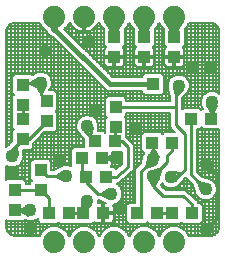
<source format=gbl>
G75*
G70*
%OFA0B0*%
%FSLAX24Y24*%
%IPPOS*%
%LPD*%
%AMOC8*
5,1,8,0,0,1.08239X$1,22.5*
%
%ADD10R,0.0394X0.0433*%
%ADD11C,0.0740*%
%ADD12R,0.0433X0.0394*%
%ADD13R,0.0436X0.0436*%
%ADD14C,0.0160*%
%ADD15C,0.0240*%
%ADD16C,0.0100*%
%ADD17C,0.0200*%
%ADD18C,0.0436*%
%ADD19C,0.0060*%
D10*
X000651Y002557D03*
X000651Y003226D03*
X001501Y003207D03*
X001501Y003876D03*
X000901Y004907D03*
X000901Y005576D03*
X000901Y006057D03*
X000901Y006726D03*
X001701Y006176D03*
X001701Y005507D03*
X004001Y005307D03*
X004001Y005976D03*
X003951Y007657D03*
X003951Y008326D03*
X004951Y008326D03*
X004951Y007657D03*
X005951Y007657D03*
X005951Y008326D03*
D11*
X005951Y008992D03*
X004951Y008992D03*
X003951Y008992D03*
X002951Y008992D03*
X001951Y008992D03*
X001951Y001492D03*
X002951Y001492D03*
X003951Y001492D03*
X004951Y001492D03*
X005951Y001492D03*
D12*
X005867Y002442D03*
X005386Y002442D03*
X004717Y002442D03*
X003686Y003642D03*
X003536Y004292D03*
X003317Y004842D03*
X002867Y004292D03*
X003017Y003642D03*
X002917Y002442D03*
X002436Y002442D03*
X001767Y002442D03*
X003586Y002442D03*
X005217Y004792D03*
X005886Y004792D03*
X006517Y005592D03*
X007186Y005592D03*
X006536Y002442D03*
X003986Y004842D03*
D13*
X005251Y006742D03*
D14*
X003801Y006742D01*
X001951Y008592D01*
D15*
X001951Y008992D01*
D16*
X001421Y006940D02*
X001501Y006792D01*
X001353Y006712D01*
X001501Y006437D01*
X001649Y006712D01*
X001501Y006792D01*
X001421Y006644D01*
X001147Y006792D01*
X001421Y006940D01*
X001501Y006792D02*
X001501Y006437D01*
X001501Y006376D01*
X001701Y006176D01*
X001501Y006792D02*
X001147Y006792D01*
X000967Y006792D01*
X000901Y006726D01*
X000901Y006057D02*
X000901Y005576D01*
X000901Y004907D02*
X001101Y004907D01*
X001701Y005507D01*
X000901Y004907D02*
X000670Y004676D01*
X000717Y004367D01*
X000551Y004342D01*
X000438Y004466D01*
X000670Y004676D01*
X000551Y004557D01*
X000551Y004342D01*
X000651Y003226D02*
X000782Y003207D01*
X001501Y003207D01*
X001767Y002942D01*
X001767Y002442D01*
X001151Y002542D02*
X001071Y002690D01*
X000797Y002542D01*
X001071Y002394D01*
X001151Y002542D01*
X000797Y002542D01*
X000667Y002542D01*
X000651Y002557D01*
X001701Y003692D02*
X001501Y003876D01*
X001701Y003692D02*
X001997Y003692D01*
X002271Y003840D01*
X002351Y003692D01*
X002271Y003544D01*
X001997Y003692D01*
X002351Y003692D01*
X002867Y003792D02*
X002867Y004292D01*
X002867Y003792D02*
X003017Y003642D01*
X003017Y003476D01*
X003401Y003092D01*
X003497Y003092D01*
X003771Y003240D01*
X003851Y003092D01*
X003771Y002944D01*
X003497Y003092D01*
X003851Y003092D01*
X004001Y003642D02*
X003686Y003642D01*
X004001Y003642D02*
X004401Y003992D01*
X004401Y004642D01*
X004201Y004842D01*
X003986Y004842D01*
X003986Y005307D01*
X004001Y005307D01*
X003851Y004992D02*
X003886Y004957D01*
X003986Y004957D01*
X003986Y004842D01*
X003971Y004440D02*
X004051Y004292D01*
X003971Y004144D01*
X003697Y004292D01*
X003971Y004440D01*
X004051Y004292D02*
X003697Y004292D01*
X003536Y004292D01*
X003317Y004842D02*
X003155Y005003D01*
X002933Y005222D01*
X003051Y005342D01*
X003216Y005309D01*
X003155Y005003D01*
X003051Y005107D01*
X003051Y005342D01*
X003117Y005342D01*
X004001Y005976D02*
X006001Y005992D01*
X006001Y006352D01*
X005937Y006657D01*
X006101Y006692D01*
X006221Y006573D01*
X006001Y006352D01*
X006001Y006592D01*
X006101Y006692D01*
X006001Y005992D02*
X006001Y005392D01*
X006301Y005092D01*
X006301Y003892D01*
X006181Y003771D01*
X005980Y003533D01*
X005851Y003642D01*
X005871Y003809D01*
X006181Y003771D01*
X006051Y003642D01*
X005851Y003642D01*
X005412Y003643D02*
X005502Y003942D01*
X005203Y003853D01*
X005251Y003692D01*
X005104Y003610D01*
X005256Y003337D01*
X005400Y003614D01*
X005251Y003692D01*
X005412Y003643D01*
X005251Y003692D02*
X005251Y003342D01*
X005256Y003337D01*
X005586Y003007D01*
X006236Y003007D01*
X006551Y002742D01*
X006551Y002457D01*
X006536Y002442D01*
X006953Y002053D02*
X007001Y001892D01*
X007162Y001843D01*
X007252Y002142D01*
X006953Y002053D01*
X007001Y001892D02*
X007252Y002142D01*
X007401Y002292D01*
X007401Y003692D01*
X007252Y003841D01*
X006953Y003931D01*
X007001Y004092D01*
X007162Y004140D01*
X007252Y003841D01*
X007001Y004092D01*
X006501Y003742D02*
X006751Y003492D01*
X007049Y003403D01*
X007001Y003242D01*
X006840Y003193D01*
X006751Y003492D01*
X007001Y003242D01*
X006501Y003742D02*
X006501Y005576D01*
X006517Y005592D01*
X007201Y005787D02*
X007053Y006062D01*
X007201Y006142D01*
X007349Y006062D01*
X007201Y005787D01*
X007201Y005607D01*
X007186Y005592D01*
X007151Y005626D01*
X007251Y005726D01*
X007201Y005787D02*
X007201Y006142D01*
X005886Y004792D02*
X005886Y004542D01*
X005701Y004357D01*
X005701Y004142D01*
X005502Y003942D01*
X005251Y003692D01*
X005001Y003991D02*
X005090Y004290D01*
X005251Y004242D01*
X005399Y004321D01*
X005251Y004596D01*
X005103Y004321D01*
X005251Y004242D01*
X005299Y004081D01*
X005001Y003991D01*
X005251Y004242D01*
X005251Y004596D01*
X005251Y004757D01*
X005217Y004792D01*
X005836Y004676D02*
X005851Y004661D01*
X005836Y004676D02*
X005886Y004792D01*
X005001Y003991D02*
X004851Y003842D01*
X004851Y002526D01*
X004717Y002442D01*
X005386Y002442D02*
X005867Y002442D01*
X003158Y002712D02*
X003051Y002842D01*
X002884Y002824D01*
X002917Y002514D01*
X003158Y002712D01*
X003051Y002842D02*
X002917Y002707D01*
X002917Y002514D01*
X002917Y002442D01*
X002436Y002442D01*
X003951Y008326D02*
X003951Y008492D01*
X003951Y008992D01*
X004951Y008992D02*
X004951Y008492D01*
X004951Y008326D01*
X005951Y008326D02*
X005951Y008492D01*
X005951Y008992D01*
D17*
X005724Y008846D01*
X005951Y008492D01*
X006178Y008846D01*
X005951Y008992D01*
X005178Y008846D02*
X004951Y008992D01*
X004724Y008846D01*
X004951Y008492D01*
X005178Y008846D01*
X004178Y008846D02*
X003951Y008992D01*
X003724Y008846D01*
X003951Y008492D01*
X004178Y008846D01*
D18*
X003101Y008192D03*
X001651Y007842D03*
X001501Y006792D03*
X003051Y005342D03*
X003351Y005892D03*
X004051Y004292D03*
X004651Y005242D03*
X005251Y004242D03*
X005251Y003692D03*
X005851Y003642D03*
X007001Y003242D03*
X007001Y004092D03*
X007201Y006142D03*
X007151Y007292D03*
X006551Y007292D03*
X006101Y006692D03*
X003851Y003092D03*
X004151Y002592D03*
X003051Y002842D03*
X002351Y003692D03*
X002101Y004192D03*
X001151Y002542D03*
X001151Y001942D03*
X000551Y003792D03*
X000551Y004342D03*
X007001Y001892D03*
D19*
X000593Y001697D02*
X000484Y001742D01*
X000402Y001825D01*
X000357Y001933D01*
X000351Y001992D01*
X000351Y002056D01*
X000351Y002074D01*
X000351Y002232D01*
X000392Y002190D01*
X000910Y002190D01*
X000947Y002228D01*
X000993Y002209D01*
X001049Y002178D01*
X001049Y002178D01*
X001059Y002181D01*
X001078Y002174D01*
X001224Y002174D01*
X001360Y002230D01*
X001400Y002270D01*
X001400Y002183D01*
X001488Y002095D01*
X002045Y002095D01*
X002101Y002151D01*
X002157Y002095D01*
X002714Y002095D01*
X003195Y002095D01*
X003265Y002165D01*
X003289Y002141D01*
X003319Y002124D01*
X003352Y002115D01*
X003556Y002115D01*
X003556Y002411D01*
X003616Y002411D01*
X003616Y002115D01*
X003819Y002115D01*
X003853Y002124D01*
X003882Y002141D01*
X003906Y002165D01*
X003923Y002195D01*
X003932Y002228D01*
X003932Y002412D01*
X003616Y002412D01*
X003616Y002472D01*
X003556Y002472D01*
X003556Y002768D01*
X003419Y002768D01*
X003419Y002892D01*
X003446Y002892D01*
X003629Y002793D01*
X003643Y002780D01*
X003670Y002768D01*
X003616Y002768D01*
X003616Y002472D01*
X003932Y002472D01*
X003932Y002656D01*
X003923Y002689D01*
X003906Y002718D01*
X003901Y002724D01*
X003924Y002724D01*
X004060Y002780D01*
X004163Y002883D01*
X004219Y003018D01*
X004219Y003165D01*
X004163Y003300D01*
X004060Y003404D01*
X004052Y003407D01*
X004052Y003438D01*
X004071Y003437D01*
X004076Y003442D01*
X004084Y003442D01*
X004138Y003496D01*
X004476Y003792D01*
X004484Y003792D01*
X004538Y003846D01*
X004595Y003896D01*
X004596Y003903D01*
X004601Y003909D01*
X004601Y003985D01*
X004606Y004061D01*
X004601Y004067D01*
X004601Y004559D01*
X004601Y004724D01*
X004401Y004924D01*
X004352Y004973D01*
X004352Y005101D01*
X004348Y005105D01*
X004348Y005586D01*
X004292Y005642D01*
X004348Y005698D01*
X004348Y005779D01*
X005801Y005790D01*
X005801Y005309D01*
X005918Y005192D01*
X005972Y005138D01*
X005607Y005138D01*
X005551Y005082D01*
X005495Y005138D01*
X004938Y005138D01*
X004850Y005051D01*
X004850Y004533D01*
X004937Y004446D01*
X004931Y004431D01*
X004922Y004427D01*
X004909Y004383D01*
X004888Y004343D01*
X004891Y004334D01*
X004883Y004315D01*
X004883Y004296D01*
X004824Y004097D01*
X004801Y004074D01*
X004651Y003924D01*
X004651Y003759D01*
X004651Y002788D01*
X004438Y002788D01*
X004350Y002701D01*
X004350Y002183D01*
X004438Y002095D01*
X004995Y002095D01*
X005051Y002151D01*
X005107Y002095D01*
X005588Y002095D01*
X006145Y002095D01*
X006201Y002151D01*
X006257Y002095D01*
X006814Y002095D01*
X006902Y002183D01*
X006902Y002701D01*
X006814Y002788D01*
X006751Y002788D01*
X006751Y002824D01*
X006744Y002831D01*
X006743Y002841D01*
X006686Y002889D01*
X006634Y002942D01*
X006624Y002942D01*
X006371Y003154D01*
X006319Y003207D01*
X006309Y003207D01*
X006301Y003213D01*
X006227Y003207D01*
X005669Y003207D01*
X005501Y003375D01*
X005536Y003441D01*
X005539Y003433D01*
X005643Y003330D01*
X005778Y003274D01*
X005924Y003274D01*
X006060Y003330D01*
X006070Y003340D01*
X006079Y003341D01*
X006081Y003344D01*
X006122Y003392D01*
X006163Y003433D01*
X006169Y003448D01*
X006320Y003627D01*
X006328Y003632D01*
X006418Y003542D01*
X006574Y003386D01*
X006625Y003215D01*
X006625Y003215D01*
X006633Y003188D01*
X006633Y003168D01*
X006654Y003118D01*
X006672Y003057D01*
X006672Y003057D01*
X006681Y003052D01*
X006689Y003033D01*
X006793Y002930D01*
X006928Y002874D01*
X007074Y002874D01*
X007210Y002930D01*
X007313Y003033D01*
X007369Y003168D01*
X007369Y003315D01*
X007313Y003450D01*
X007210Y003554D01*
X007191Y003561D01*
X007186Y003570D01*
X007125Y003589D01*
X007074Y003610D01*
X007055Y003610D01*
X007028Y003618D01*
X006856Y003669D01*
X006701Y003824D01*
X006701Y005245D01*
X006795Y005245D01*
X006851Y005301D01*
X006907Y005245D01*
X007451Y005245D01*
X007451Y001992D01*
X007445Y001933D01*
X007401Y001825D01*
X007318Y001742D01*
X007210Y001697D01*
X007151Y001692D01*
X006431Y001692D01*
X006392Y001786D01*
X006246Y001932D01*
X006055Y002012D01*
X005848Y002012D01*
X005657Y001932D01*
X005510Y001786D01*
X005471Y001692D01*
X005431Y001692D01*
X005392Y001786D01*
X005246Y001932D01*
X005055Y002012D01*
X004848Y002012D01*
X004657Y001932D01*
X004510Y001786D01*
X004471Y001692D01*
X004471Y002095D01*
X004351Y002181D02*
X004351Y001827D01*
X004326Y001852D02*
X004576Y001852D01*
X004591Y001867D02*
X004591Y002095D01*
X004711Y002095D02*
X004711Y001955D01*
X004751Y001972D02*
X004151Y001972D01*
X004111Y001988D02*
X004111Y002831D01*
X004092Y002812D02*
X004651Y002812D01*
X004591Y002788D02*
X004591Y003892D01*
X004651Y003892D01*
X004711Y003984D02*
X004711Y005782D01*
X004591Y005781D02*
X004591Y004734D01*
X004594Y004732D02*
X004850Y004732D01*
X004850Y004852D02*
X004474Y004852D01*
X004471Y004854D02*
X004471Y005780D01*
X004351Y005779D02*
X004351Y005102D01*
X004352Y005092D02*
X004891Y005092D01*
X004951Y005138D02*
X004951Y005784D01*
X004831Y005783D02*
X004831Y004122D01*
X004834Y004132D02*
X004601Y004132D01*
X004601Y004252D02*
X004870Y004252D01*
X004903Y004372D02*
X004601Y004372D01*
X004601Y004492D02*
X004891Y004492D01*
X004850Y004612D02*
X004601Y004612D01*
X004354Y004972D02*
X004850Y004972D01*
X005071Y005138D02*
X005071Y005784D01*
X005191Y005785D02*
X005191Y005138D01*
X005311Y005138D02*
X005311Y005786D01*
X005431Y005787D02*
X005431Y005138D01*
X005542Y005092D02*
X005560Y005092D01*
X005551Y005083D02*
X005551Y005788D01*
X005671Y005789D02*
X005671Y005138D01*
X005791Y005138D02*
X005791Y005790D01*
X005801Y005692D02*
X004342Y005692D01*
X004348Y005572D02*
X005801Y005572D01*
X005801Y005452D02*
X004348Y005452D01*
X004348Y005332D02*
X005801Y005332D01*
X005898Y005212D02*
X004348Y005212D01*
X004201Y004495D02*
X003882Y004495D01*
X003882Y004322D01*
X003566Y004322D01*
X003566Y004262D01*
X003882Y004262D01*
X003882Y004078D01*
X003873Y004045D01*
X003856Y004015D01*
X003832Y003991D01*
X003828Y003988D01*
X003964Y003988D01*
X004025Y003928D01*
X004201Y004082D01*
X004201Y004495D01*
X004201Y004492D02*
X003882Y004492D01*
X003991Y004495D02*
X003991Y003962D01*
X003871Y003988D02*
X003871Y004041D01*
X003853Y004012D02*
X004120Y004012D01*
X004111Y004004D02*
X004111Y004495D01*
X004201Y004372D02*
X003882Y004372D01*
X003871Y004322D02*
X003871Y004262D01*
X003882Y004252D02*
X004201Y004252D01*
X004201Y004132D02*
X003882Y004132D01*
X003751Y004262D02*
X003751Y004322D01*
X003631Y004322D02*
X003631Y004262D01*
X004231Y003577D02*
X004231Y001938D01*
X004246Y001932D02*
X004055Y002012D01*
X003848Y002012D01*
X003657Y001932D01*
X003510Y001786D01*
X003471Y001692D01*
X003431Y001692D01*
X003392Y001786D01*
X003246Y001932D01*
X003055Y002012D01*
X002848Y002012D01*
X002657Y001932D01*
X002510Y001786D01*
X002471Y001692D01*
X002431Y001692D01*
X002392Y001786D01*
X002246Y001932D01*
X002055Y002012D01*
X001848Y002012D01*
X001657Y001932D01*
X001510Y001786D01*
X001471Y001692D01*
X001471Y002111D01*
X001591Y002095D02*
X001591Y001867D01*
X001576Y001852D02*
X000391Y001852D01*
X000391Y001850D02*
X000391Y002191D01*
X000371Y002212D02*
X000351Y002212D01*
X000351Y002092D02*
X007451Y002092D01*
X007449Y001972D02*
X006151Y001972D01*
X006151Y002101D01*
X006031Y002095D02*
X006031Y002012D01*
X005911Y002012D02*
X005911Y002095D01*
X005791Y002095D02*
X005791Y001988D01*
X005751Y001972D02*
X005151Y001972D01*
X005191Y001955D02*
X005191Y002095D01*
X005071Y002131D02*
X005071Y002005D01*
X004951Y002012D02*
X004951Y002095D01*
X004831Y002095D02*
X004831Y002005D01*
X004488Y001732D02*
X004415Y001732D01*
X004431Y001692D02*
X004392Y001786D01*
X004246Y001932D01*
X003991Y002012D02*
X003991Y002751D01*
X003922Y002692D02*
X004350Y002692D01*
X004351Y002702D02*
X004351Y003682D01*
X004316Y003652D02*
X004651Y003652D01*
X004651Y003772D02*
X004453Y003772D01*
X004471Y003787D02*
X004471Y002788D01*
X004350Y002572D02*
X003932Y002572D01*
X003871Y002472D02*
X003871Y002412D01*
X003932Y002332D02*
X004350Y002332D01*
X004350Y002452D02*
X003616Y002452D01*
X003631Y002472D02*
X003631Y002412D01*
X003616Y002332D02*
X003556Y002332D01*
X003556Y002212D02*
X003616Y002212D01*
X003631Y002115D02*
X003631Y001907D01*
X003576Y001852D02*
X003326Y001852D01*
X003271Y001907D02*
X003271Y002159D01*
X003151Y002095D02*
X003151Y001972D01*
X003751Y001972D01*
X003751Y002115D01*
X003871Y002134D02*
X003871Y002012D01*
X003928Y002212D02*
X004350Y002212D01*
X004431Y001692D02*
X004471Y001692D01*
X003751Y002412D02*
X003751Y002472D01*
X003616Y002572D02*
X003556Y002572D01*
X003556Y002692D02*
X003616Y002692D01*
X003631Y002768D02*
X003631Y002791D01*
X003595Y002812D02*
X003419Y002812D01*
X003511Y002768D02*
X003511Y002857D01*
X003511Y002115D02*
X003511Y001787D01*
X003488Y001732D02*
X003415Y001732D01*
X003391Y001787D02*
X003391Y002115D01*
X003031Y002095D02*
X003031Y002012D01*
X002911Y002012D02*
X002911Y002095D01*
X002791Y002095D02*
X002791Y001988D01*
X002751Y001972D02*
X002151Y001972D01*
X002191Y001955D02*
X002191Y002095D01*
X002311Y002095D02*
X002311Y001867D01*
X002326Y001852D02*
X002576Y001852D01*
X002551Y001827D02*
X002551Y002095D01*
X002431Y002095D02*
X002431Y001692D01*
X002415Y001732D02*
X002488Y001732D01*
X002671Y001939D02*
X002671Y002095D01*
X002071Y002121D02*
X002071Y002005D01*
X001951Y002012D02*
X001951Y002095D01*
X001831Y002095D02*
X001831Y002005D01*
X001751Y001972D02*
X000353Y001972D01*
X000511Y002190D02*
X000511Y001731D01*
X000510Y001732D02*
X001488Y001732D01*
X001471Y001692D02*
X000651Y001692D01*
X000593Y001697D01*
X000631Y001694D02*
X000631Y002190D01*
X000751Y002190D02*
X000751Y001692D01*
X000871Y001692D02*
X000871Y002190D01*
X000931Y002212D02*
X000986Y002212D01*
X000991Y002209D02*
X000991Y001692D01*
X001111Y001692D02*
X001111Y002174D01*
X001049Y002178D02*
X001049Y002178D01*
X001231Y002176D02*
X001231Y001692D01*
X001351Y001692D02*
X001351Y002226D01*
X001316Y002212D02*
X001400Y002212D01*
X001711Y002095D02*
X001711Y001955D01*
X001154Y003407D02*
X000998Y003407D01*
X000998Y003505D01*
X000910Y003593D01*
X000392Y003593D01*
X000351Y003552D01*
X000351Y004026D01*
X000478Y003974D01*
X000624Y003974D01*
X000760Y004030D01*
X000863Y004133D01*
X000919Y004268D01*
X000919Y004305D01*
X000928Y004316D01*
X000919Y004370D01*
X000919Y004415D01*
X000908Y004442D01*
X000893Y004540D01*
X001160Y004540D01*
X001248Y004628D01*
X001248Y004771D01*
X001301Y004824D01*
X001617Y005140D01*
X001960Y005140D01*
X002048Y005228D01*
X002048Y005786D01*
X001992Y005842D01*
X002048Y005898D01*
X002048Y006455D01*
X001960Y006543D01*
X001785Y006543D01*
X001800Y006569D01*
X001813Y006583D01*
X001834Y006634D01*
X001864Y006690D01*
X001864Y006690D01*
X001864Y006690D01*
X001861Y006700D01*
X001869Y006718D01*
X001869Y006865D01*
X001813Y007000D01*
X001710Y007104D01*
X001574Y007160D01*
X001428Y007160D01*
X001409Y007152D01*
X001399Y007155D01*
X001343Y007125D01*
X001293Y007104D01*
X001279Y007090D01*
X001204Y007049D01*
X001160Y007093D01*
X000642Y007093D01*
X000554Y007005D01*
X000554Y006448D01*
X000610Y006392D01*
X000554Y006336D01*
X000554Y005855D01*
X000554Y005298D01*
X000610Y005242D01*
X000554Y005186D01*
X000554Y004856D01*
X000520Y004810D01*
X000352Y004657D01*
X000351Y004657D01*
X000351Y008492D01*
X000357Y008550D01*
X000402Y008658D01*
X000484Y008741D01*
X000593Y008786D01*
X000651Y008792D01*
X000707Y008792D01*
X000734Y008792D01*
X001471Y008792D01*
X001471Y007160D01*
X001399Y007155D02*
X001399Y007155D01*
X001399Y007155D01*
X001356Y007132D02*
X000351Y007132D01*
X000351Y007252D02*
X002966Y007252D01*
X002911Y007306D02*
X002911Y005682D01*
X002934Y005692D02*
X002048Y005692D01*
X002048Y005572D02*
X002761Y005572D01*
X002739Y005550D02*
X002683Y005415D01*
X002683Y005268D01*
X002734Y005146D01*
X002734Y005138D01*
X002796Y005077D01*
X002843Y005030D01*
X002844Y005029D01*
X002950Y004924D01*
X002950Y004638D01*
X002588Y004638D01*
X002500Y004551D01*
X002500Y004033D01*
X002507Y004025D01*
X002424Y004060D01*
X002278Y004060D01*
X002259Y004052D01*
X002249Y004055D01*
X002193Y004025D01*
X002143Y004004D01*
X002129Y003990D01*
X001946Y003892D01*
X001914Y003892D01*
X001848Y003892D01*
X001946Y003892D01*
X001951Y003894D02*
X001951Y005140D01*
X002031Y005212D02*
X002707Y005212D01*
X002683Y005332D02*
X002048Y005332D01*
X002048Y005452D02*
X002698Y005452D01*
X002739Y005550D02*
X002843Y005654D01*
X002978Y005710D01*
X003124Y005710D01*
X003260Y005654D01*
X003363Y005550D01*
X003419Y005415D01*
X003419Y005365D01*
X003428Y005351D01*
X003428Y005351D01*
X003428Y005351D01*
X003419Y005305D01*
X003419Y005268D01*
X003405Y005234D01*
X003396Y005188D01*
X003595Y005188D01*
X003651Y005132D01*
X003654Y005136D01*
X003654Y005586D01*
X003710Y005642D01*
X003654Y005698D01*
X003654Y006255D01*
X003742Y006343D01*
X004260Y006343D01*
X004348Y006255D01*
X004348Y006179D01*
X005801Y006190D01*
X005801Y006269D01*
X005801Y006331D01*
X005758Y006534D01*
X005758Y006534D01*
X005748Y006582D01*
X005733Y006618D01*
X005733Y006653D01*
X005724Y006696D01*
X005724Y006697D01*
X005733Y006711D01*
X005733Y006765D01*
X005789Y006900D01*
X005893Y007004D01*
X006028Y007060D01*
X006174Y007060D01*
X006310Y007004D01*
X006413Y006900D01*
X006469Y006765D01*
X006469Y006618D01*
X006421Y006502D01*
X006421Y006491D01*
X006414Y006484D01*
X006413Y006483D01*
X006366Y006436D01*
X006201Y006269D01*
X006201Y006269D01*
X006201Y005994D01*
X006202Y005910D01*
X006201Y005910D01*
X006201Y005909D01*
X006201Y005902D01*
X006238Y005938D01*
X006795Y005938D01*
X006851Y005882D01*
X006895Y005927D01*
X006889Y005933D01*
X006868Y005983D01*
X006838Y006040D01*
X006838Y006040D01*
X006838Y006040D01*
X006841Y006050D01*
X006833Y006068D01*
X006833Y006215D01*
X006889Y006350D01*
X006993Y006454D01*
X007128Y006510D01*
X007274Y006510D01*
X007410Y006454D01*
X007451Y006412D01*
X007451Y008409D01*
X007451Y008463D01*
X007451Y008492D01*
X007445Y008550D01*
X007401Y008658D01*
X007318Y008741D01*
X007210Y008786D01*
X007151Y008792D01*
X006431Y008792D01*
X006416Y008756D01*
X006416Y008753D01*
X006414Y008750D01*
X006392Y008697D01*
X006359Y008664D01*
X006298Y008569D01*
X006298Y008048D01*
X006228Y007977D01*
X006252Y007953D01*
X006269Y007924D01*
X006278Y007891D01*
X006278Y007687D01*
X005981Y007687D01*
X005981Y007627D01*
X005981Y007310D01*
X006165Y007310D01*
X006198Y007319D01*
X006228Y007336D01*
X006252Y007361D01*
X006269Y007390D01*
X006278Y007423D01*
X006278Y007627D01*
X005981Y007627D01*
X005921Y007627D01*
X005624Y007627D01*
X005624Y007423D01*
X005633Y007390D01*
X005650Y007361D01*
X005674Y007336D01*
X005704Y007319D01*
X005737Y007310D01*
X005921Y007310D01*
X005921Y007627D01*
X005921Y007687D01*
X005624Y007687D01*
X005624Y007891D01*
X005633Y007924D01*
X005650Y007953D01*
X005674Y007977D01*
X005604Y008048D01*
X005604Y008569D01*
X005544Y008664D01*
X005510Y008697D01*
X005489Y008750D01*
X005487Y008753D01*
X005486Y008756D01*
X005471Y008792D01*
X005431Y008792D01*
X005416Y008756D01*
X005416Y008753D01*
X005414Y008750D01*
X005392Y008697D01*
X005359Y008664D01*
X005298Y008569D01*
X005298Y008048D01*
X005228Y007977D01*
X005252Y007953D01*
X005269Y007924D01*
X005278Y007891D01*
X005278Y007687D01*
X004981Y007687D01*
X004981Y007627D01*
X004981Y007310D01*
X005165Y007310D01*
X005198Y007319D01*
X005228Y007336D01*
X005252Y007361D01*
X005269Y007390D01*
X005278Y007423D01*
X005278Y007627D01*
X004981Y007627D01*
X004921Y007627D01*
X004624Y007627D01*
X004624Y007423D01*
X004633Y007390D01*
X004650Y007361D01*
X004674Y007336D01*
X004704Y007319D01*
X004737Y007310D01*
X004921Y007310D01*
X004921Y007627D01*
X004921Y007687D01*
X004624Y007687D01*
X004624Y007891D01*
X004633Y007924D01*
X004650Y007953D01*
X004674Y007977D01*
X004604Y008048D01*
X004604Y008569D01*
X004544Y008664D01*
X004510Y008697D01*
X004489Y008750D01*
X004487Y008753D01*
X004486Y008756D01*
X004471Y008792D01*
X004471Y006972D01*
X004351Y006972D02*
X004351Y008652D01*
X004359Y008664D02*
X004392Y008697D01*
X004414Y008749D01*
X004416Y008753D01*
X004416Y008756D01*
X004431Y008792D01*
X004471Y008792D01*
X004516Y008692D02*
X004387Y008692D01*
X004359Y008664D02*
X004298Y008569D01*
X004298Y008048D01*
X004228Y007977D01*
X004252Y007953D01*
X004269Y007924D01*
X004278Y007891D01*
X004278Y007687D01*
X003981Y007687D01*
X003981Y007627D01*
X003981Y007310D01*
X004165Y007310D01*
X004198Y007319D01*
X004228Y007336D01*
X004252Y007361D01*
X004269Y007390D01*
X004278Y007423D01*
X004278Y007627D01*
X003981Y007627D01*
X003921Y007627D01*
X003624Y007627D01*
X003624Y007423D01*
X003633Y007390D01*
X003650Y007361D01*
X003674Y007336D01*
X003704Y007319D01*
X003737Y007310D01*
X003921Y007310D01*
X003921Y007627D01*
X003921Y007687D01*
X003624Y007687D01*
X003624Y007891D01*
X003633Y007924D01*
X003650Y007953D01*
X003674Y007977D01*
X003604Y008048D01*
X003604Y008569D01*
X003544Y008664D01*
X003510Y008697D01*
X003489Y008750D01*
X003487Y008753D01*
X003486Y008756D01*
X003471Y008792D01*
X003410Y008792D01*
X003379Y008730D01*
X003333Y008666D01*
X003277Y008610D01*
X003213Y008564D01*
X003143Y008528D01*
X003068Y008504D01*
X002991Y008492D01*
X002981Y008492D01*
X002981Y008792D01*
X002921Y008792D01*
X002921Y008492D01*
X002912Y008492D01*
X002834Y008504D01*
X002759Y008528D01*
X002689Y008564D01*
X002625Y008610D01*
X002570Y008666D01*
X002524Y008730D01*
X002492Y008792D01*
X002431Y008792D01*
X002392Y008697D01*
X002281Y008587D01*
X003896Y006972D01*
X004883Y006972D01*
X004883Y007022D01*
X004971Y007110D01*
X005531Y007110D01*
X005619Y007022D01*
X005619Y006461D01*
X005531Y006374D01*
X004971Y006374D01*
X004883Y006461D01*
X004883Y006512D01*
X003896Y006512D01*
X003706Y006512D01*
X001895Y008323D01*
X001798Y008363D01*
X001722Y008439D01*
X001681Y008538D01*
X001681Y008541D01*
X001657Y008551D01*
X001510Y008697D01*
X001471Y008792D01*
X001516Y008692D02*
X000435Y008692D01*
X000391Y008633D02*
X000391Y004693D01*
X000351Y004732D02*
X000434Y004732D01*
X000511Y004802D02*
X000511Y008752D01*
X000631Y008790D02*
X000631Y007082D01*
X000561Y007012D02*
X000351Y007012D01*
X000351Y006892D02*
X000554Y006892D01*
X000554Y006772D02*
X000351Y006772D01*
X000351Y006652D02*
X000554Y006652D01*
X000554Y006532D02*
X000351Y006532D01*
X000351Y006412D02*
X000590Y006412D01*
X000554Y006292D02*
X000351Y006292D01*
X000351Y006172D02*
X000554Y006172D01*
X000554Y006052D02*
X000351Y006052D01*
X000351Y005932D02*
X000554Y005932D01*
X000554Y005812D02*
X000351Y005812D01*
X000351Y005692D02*
X000554Y005692D01*
X000554Y005572D02*
X000351Y005572D01*
X000351Y005452D02*
X000554Y005452D01*
X000554Y005332D02*
X000351Y005332D01*
X000351Y005212D02*
X000580Y005212D01*
X000554Y005092D02*
X000351Y005092D01*
X000351Y004972D02*
X000554Y004972D01*
X000551Y004852D02*
X000351Y004852D01*
X000900Y004492D02*
X002500Y004492D01*
X002500Y004372D02*
X000919Y004372D01*
X000912Y004252D02*
X002500Y004252D01*
X002500Y004132D02*
X001848Y004132D01*
X001848Y004155D02*
X001760Y004243D01*
X001242Y004243D01*
X001154Y004155D01*
X001154Y003598D01*
X001210Y003542D01*
X001154Y003486D01*
X001154Y003407D01*
X001154Y003412D02*
X000998Y003412D01*
X000991Y003512D02*
X000991Y004540D01*
X001111Y004540D02*
X001111Y003407D01*
X001200Y003532D02*
X000971Y003532D01*
X000871Y003593D02*
X000871Y004152D01*
X000862Y004132D02*
X001154Y004132D01*
X001154Y004012D02*
X000716Y004012D01*
X000751Y004026D02*
X000751Y003593D01*
X000631Y003593D02*
X000631Y003976D01*
X000511Y003974D02*
X000511Y003593D01*
X000391Y003592D02*
X000391Y004009D01*
X000386Y004012D02*
X000351Y004012D01*
X000351Y003892D02*
X001154Y003892D01*
X001154Y003772D02*
X000351Y003772D01*
X000351Y003652D02*
X001154Y003652D01*
X001231Y004232D02*
X001231Y004611D01*
X001231Y004612D02*
X002561Y004612D01*
X002551Y004602D02*
X002551Y007666D01*
X002606Y007612D02*
X000351Y007612D01*
X000351Y007732D02*
X002486Y007732D01*
X002431Y007786D02*
X002431Y004057D01*
X002311Y004060D02*
X002311Y007906D01*
X002366Y007852D02*
X000351Y007852D01*
X000351Y007972D02*
X002246Y007972D01*
X002191Y008026D02*
X002191Y004024D01*
X002162Y004012D02*
X001848Y004012D01*
X001848Y003892D02*
X001848Y004155D01*
X001831Y004172D02*
X001831Y005140D01*
X001711Y005140D02*
X001711Y004243D01*
X001591Y004243D02*
X001591Y005114D01*
X001569Y005092D02*
X002780Y005092D01*
X002791Y005081D02*
X002791Y004638D01*
X002671Y004638D02*
X002671Y007546D01*
X002726Y007492D02*
X000351Y007492D01*
X000351Y007372D02*
X002846Y007372D01*
X002791Y007426D02*
X002791Y005602D01*
X003031Y005710D02*
X003031Y007186D01*
X003086Y007132D02*
X001642Y007132D01*
X001591Y007153D02*
X001591Y008616D01*
X001636Y008572D02*
X000366Y008572D01*
X000351Y008452D02*
X001717Y008452D01*
X001711Y008466D02*
X001711Y007102D01*
X001802Y007012D02*
X003206Y007012D01*
X003151Y007066D02*
X003151Y005699D01*
X003168Y005692D02*
X003660Y005692D01*
X003654Y005812D02*
X002022Y005812D01*
X002048Y005932D02*
X003654Y005932D01*
X003654Y006052D02*
X002048Y006052D01*
X002048Y006172D02*
X003654Y006172D01*
X003691Y006292D02*
X002048Y006292D01*
X002048Y006412D02*
X004933Y006412D01*
X004951Y006393D02*
X004951Y006184D01*
X004831Y006183D02*
X004831Y006512D01*
X004711Y006512D02*
X004711Y006182D01*
X004591Y006181D02*
X004591Y006512D01*
X004471Y006512D02*
X004471Y006180D01*
X004351Y006179D02*
X004351Y006512D01*
X004231Y006512D02*
X004231Y006343D01*
X004311Y006292D02*
X005801Y006292D01*
X005791Y006378D02*
X005791Y006190D01*
X005671Y006189D02*
X005671Y007340D01*
X005644Y007372D02*
X005258Y007372D01*
X005191Y007317D02*
X005191Y007110D01*
X005071Y007110D02*
X005071Y007310D01*
X004981Y007372D02*
X004921Y007372D01*
X004831Y007310D02*
X004831Y006972D01*
X004883Y007012D02*
X003856Y007012D01*
X003871Y006997D02*
X003871Y007310D01*
X003921Y007372D02*
X003981Y007372D01*
X003991Y007310D02*
X003991Y006972D01*
X004111Y006972D02*
X004111Y007310D01*
X004231Y007340D02*
X004231Y006972D01*
X004258Y007372D02*
X004644Y007372D01*
X004711Y007317D02*
X004711Y006972D01*
X004591Y006972D02*
X004591Y008590D01*
X004603Y008572D02*
X004300Y008572D01*
X004298Y008452D02*
X004604Y008452D01*
X004604Y008332D02*
X004298Y008332D01*
X004298Y008212D02*
X004604Y008212D01*
X004604Y008092D02*
X004298Y008092D01*
X004231Y007981D02*
X004231Y007974D01*
X004234Y007972D02*
X004669Y007972D01*
X004624Y007852D02*
X004278Y007852D01*
X004278Y007732D02*
X004624Y007732D01*
X004711Y007687D02*
X004711Y007627D01*
X004624Y007612D02*
X004278Y007612D01*
X004231Y007627D02*
X004231Y007687D01*
X004111Y007687D02*
X004111Y007627D01*
X003991Y007627D02*
X003991Y007687D01*
X003981Y007612D02*
X003921Y007612D01*
X003871Y007627D02*
X003871Y007687D01*
X003751Y007687D02*
X003751Y007627D01*
X003631Y007627D02*
X003631Y007687D01*
X003624Y007732D02*
X003136Y007732D01*
X003151Y007717D02*
X003151Y008532D01*
X003224Y008572D02*
X003603Y008572D01*
X003604Y008452D02*
X002416Y008452D01*
X002431Y008437D02*
X002431Y008792D01*
X002386Y008692D02*
X002551Y008692D01*
X002551Y008317D01*
X002536Y008332D02*
X003604Y008332D01*
X003604Y008212D02*
X002656Y008212D01*
X002671Y008197D02*
X002671Y008577D01*
X002679Y008572D02*
X002296Y008572D01*
X002311Y008557D02*
X002311Y008616D01*
X001951Y008266D02*
X001951Y006543D01*
X001971Y006532D02*
X003686Y006532D01*
X003751Y006512D02*
X003751Y006343D01*
X003871Y006343D02*
X003871Y006512D01*
X003991Y006512D02*
X003991Y006343D01*
X004111Y006343D02*
X004111Y006512D01*
X003751Y007117D02*
X003751Y007310D01*
X003644Y007372D02*
X003496Y007372D01*
X003511Y007357D02*
X003511Y008696D01*
X003516Y008692D02*
X003351Y008692D01*
X003391Y008754D02*
X003391Y007477D01*
X003376Y007492D02*
X003624Y007492D01*
X003631Y007398D02*
X003631Y007237D01*
X003616Y007252D02*
X007451Y007252D01*
X007451Y007372D02*
X006258Y007372D01*
X006271Y007398D02*
X006271Y007020D01*
X006291Y007012D02*
X007451Y007012D01*
X007451Y007132D02*
X003736Y007132D01*
X003921Y007492D02*
X003981Y007492D01*
X004278Y007492D02*
X004624Y007492D01*
X004831Y007627D02*
X004831Y007687D01*
X004921Y007612D02*
X004981Y007612D01*
X004951Y007627D02*
X004951Y007090D01*
X004921Y007492D02*
X004981Y007492D01*
X005071Y007627D02*
X005071Y007687D01*
X005191Y007687D02*
X005191Y007627D01*
X005278Y007612D02*
X005624Y007612D01*
X005671Y007627D02*
X005671Y007687D01*
X005624Y007732D02*
X005278Y007732D01*
X005278Y007852D02*
X005624Y007852D01*
X005669Y007972D02*
X005234Y007972D01*
X005298Y008092D02*
X005604Y008092D01*
X005604Y008212D02*
X005298Y008212D01*
X005298Y008332D02*
X005604Y008332D01*
X005604Y008452D02*
X005298Y008452D01*
X005300Y008572D02*
X005603Y008572D01*
X005551Y008652D02*
X005551Y007090D01*
X005619Y007012D02*
X005912Y007012D01*
X005911Y007011D02*
X005911Y007310D01*
X005921Y007372D02*
X005981Y007372D01*
X006031Y007310D02*
X006031Y007060D01*
X006151Y007060D02*
X006151Y007310D01*
X006278Y007492D02*
X007451Y007492D01*
X007451Y007612D02*
X006278Y007612D01*
X006271Y007627D02*
X006271Y007687D01*
X006278Y007732D02*
X007451Y007732D01*
X007451Y007852D02*
X006278Y007852D01*
X006271Y007916D02*
X006271Y008021D01*
X006234Y007972D02*
X007451Y007972D01*
X007451Y008092D02*
X006298Y008092D01*
X006298Y008212D02*
X007451Y008212D01*
X007451Y008332D02*
X006298Y008332D01*
X006298Y008452D02*
X007451Y008452D01*
X007436Y008572D02*
X006300Y008572D01*
X006387Y008692D02*
X007367Y008692D01*
X007351Y008708D02*
X007351Y006478D01*
X007231Y006510D02*
X007231Y008777D01*
X007111Y008792D02*
X007111Y006503D01*
X006991Y006452D02*
X006991Y008792D01*
X006871Y008792D02*
X006871Y006307D01*
X006865Y006292D02*
X006223Y006292D01*
X006271Y006340D02*
X006271Y005938D01*
X006231Y005932D02*
X006202Y005932D01*
X006201Y006052D02*
X006840Y006052D01*
X006871Y005976D02*
X006871Y005902D01*
X006891Y005932D02*
X006802Y005932D01*
X006751Y005938D02*
X006751Y008792D01*
X006631Y008792D02*
X006631Y005938D01*
X006511Y005938D02*
X006511Y008792D01*
X006391Y008696D02*
X006391Y006922D01*
X006417Y006892D02*
X007451Y006892D01*
X007451Y006772D02*
X006466Y006772D01*
X006469Y006652D02*
X007451Y006652D01*
X007451Y006532D02*
X006433Y006532D01*
X006391Y006461D02*
X006391Y005938D01*
X006201Y006172D02*
X006833Y006172D01*
X006951Y006412D02*
X006342Y006412D01*
X005784Y006412D02*
X005570Y006412D01*
X005551Y006393D02*
X005551Y006188D01*
X005431Y006187D02*
X005431Y006374D01*
X005311Y006374D02*
X005311Y006186D01*
X005191Y006185D02*
X005191Y006374D01*
X005071Y006374D02*
X005071Y006184D01*
X005619Y006532D02*
X005759Y006532D01*
X005733Y006652D02*
X005619Y006652D01*
X005619Y006772D02*
X005736Y006772D01*
X005786Y006892D02*
X005619Y006892D01*
X005791Y006902D02*
X005791Y007310D01*
X005921Y007492D02*
X005981Y007492D01*
X005981Y007612D02*
X005921Y007612D01*
X005911Y007627D02*
X005911Y007687D01*
X005791Y007687D02*
X005791Y007627D01*
X005624Y007492D02*
X005278Y007492D01*
X005311Y007110D02*
X005311Y008590D01*
X005386Y008692D02*
X005516Y008692D01*
X005431Y008792D02*
X005431Y007110D01*
X006031Y007627D02*
X006031Y007687D01*
X006151Y007687D02*
X006151Y007627D01*
X005671Y007974D02*
X005671Y007981D01*
X003669Y007972D02*
X002896Y007972D01*
X002911Y007957D02*
X002911Y008492D01*
X002921Y008572D02*
X002981Y008572D01*
X003031Y008498D02*
X003031Y007837D01*
X003016Y007852D02*
X003624Y007852D01*
X003631Y007916D02*
X003631Y008021D01*
X003604Y008092D02*
X002776Y008092D01*
X002791Y008077D02*
X002791Y008518D01*
X002921Y008692D02*
X002981Y008692D01*
X003271Y008606D02*
X003271Y007597D01*
X003256Y007612D02*
X003624Y007612D01*
X003271Y006946D02*
X003271Y005642D01*
X003342Y005572D02*
X003654Y005572D01*
X003654Y005452D02*
X003404Y005452D01*
X003391Y005483D02*
X003391Y006826D01*
X003446Y006772D02*
X001869Y006772D01*
X001858Y006892D02*
X003326Y006892D01*
X003511Y006706D02*
X003511Y005188D01*
X003401Y005212D02*
X003654Y005212D01*
X003631Y005152D02*
X003631Y006586D01*
X003566Y006652D02*
X001844Y006652D01*
X001831Y006626D02*
X001831Y006543D01*
X001831Y006957D02*
X001831Y008349D01*
X001873Y008332D02*
X000351Y008332D01*
X000351Y008212D02*
X002006Y008212D01*
X002071Y008146D02*
X002071Y003959D01*
X002249Y004055D02*
X002249Y004055D01*
X002249Y004055D01*
X002911Y004638D02*
X002911Y004963D01*
X002902Y004972D02*
X001449Y004972D01*
X001471Y004994D02*
X001471Y004243D01*
X001351Y004243D02*
X001351Y004874D01*
X001329Y004852D02*
X002950Y004852D01*
X002950Y004732D02*
X001248Y004732D01*
X001231Y007064D02*
X001231Y008792D01*
X001351Y008792D02*
X001351Y007129D01*
X001111Y007093D02*
X001111Y008792D01*
X000991Y008792D02*
X000991Y007093D01*
X000871Y007093D02*
X000871Y008792D01*
X000751Y008792D02*
X000751Y007093D01*
X000351Y008092D02*
X002126Y008092D01*
X003424Y005332D02*
X003654Y005332D01*
X004603Y004012D02*
X004738Y004012D01*
X004651Y003532D02*
X004179Y003532D01*
X004111Y003469D02*
X004111Y003352D01*
X004167Y003292D02*
X004651Y003292D01*
X004651Y003412D02*
X004052Y003412D01*
X004216Y003172D02*
X004651Y003172D01*
X004651Y003052D02*
X004219Y003052D01*
X004183Y002932D02*
X004651Y002932D01*
X005311Y002095D02*
X005311Y001867D01*
X005326Y001852D02*
X005576Y001852D01*
X005551Y001827D02*
X005551Y002095D01*
X005671Y002095D02*
X005671Y001939D01*
X005488Y001732D02*
X005415Y001732D01*
X005431Y001692D02*
X005431Y002095D01*
X006271Y002095D02*
X006271Y001907D01*
X006326Y001852D02*
X007412Y001852D01*
X007351Y001776D02*
X007351Y003125D01*
X007369Y003172D02*
X007451Y003172D01*
X007451Y003292D02*
X007369Y003292D01*
X007351Y003359D02*
X007351Y005245D01*
X007231Y005245D02*
X007231Y003532D01*
X007232Y003532D02*
X007451Y003532D01*
X007451Y003652D02*
X006915Y003652D01*
X006871Y003665D02*
X006871Y005281D01*
X006751Y005245D02*
X006751Y003774D01*
X006754Y003772D02*
X007451Y003772D01*
X007451Y003892D02*
X006701Y003892D01*
X006701Y004012D02*
X007451Y004012D01*
X007451Y004132D02*
X006701Y004132D01*
X006701Y004252D02*
X007451Y004252D01*
X007451Y004372D02*
X006701Y004372D01*
X006701Y004492D02*
X007451Y004492D01*
X007451Y004612D02*
X006701Y004612D01*
X006701Y004732D02*
X007451Y004732D01*
X007451Y004852D02*
X006701Y004852D01*
X006701Y004972D02*
X007451Y004972D01*
X007451Y005092D02*
X006701Y005092D01*
X006701Y005212D02*
X007451Y005212D01*
X007111Y005245D02*
X007111Y003594D01*
X006991Y003629D02*
X006991Y005245D01*
X005911Y005199D02*
X005911Y005138D01*
X006271Y003568D02*
X006271Y003211D01*
X006354Y003172D02*
X006633Y003172D01*
X006631Y003194D02*
X006631Y002942D01*
X006644Y002932D02*
X006791Y002932D01*
X006751Y002971D02*
X006751Y002788D01*
X006751Y002812D02*
X007451Y002812D01*
X007451Y002932D02*
X007212Y002932D01*
X007231Y002951D02*
X007231Y001706D01*
X007292Y001732D02*
X006415Y001732D01*
X006391Y001787D02*
X006391Y002095D01*
X006511Y002095D02*
X006511Y001692D01*
X006631Y001692D02*
X006631Y002095D01*
X006751Y002095D02*
X006751Y001692D01*
X006871Y001692D02*
X006871Y002151D01*
X006902Y002212D02*
X007451Y002212D01*
X007451Y002332D02*
X006902Y002332D01*
X006902Y002452D02*
X007451Y002452D01*
X007451Y002572D02*
X006902Y002572D01*
X006902Y002692D02*
X007451Y002692D01*
X007451Y003052D02*
X007321Y003052D01*
X007111Y002889D02*
X007111Y001692D01*
X006991Y001692D02*
X006991Y002874D01*
X006871Y002897D02*
X006871Y002732D01*
X006681Y003052D02*
X006493Y003052D01*
X006511Y003037D02*
X006511Y003449D01*
X006548Y003412D02*
X006142Y003412D01*
X006151Y003421D02*
X006151Y003207D01*
X006031Y003207D02*
X006031Y003318D01*
X005968Y003292D02*
X006602Y003292D01*
X006672Y003057D02*
X006672Y003057D01*
X006391Y003138D02*
X006391Y003569D01*
X006428Y003532D02*
X006240Y003532D01*
X005911Y003274D02*
X005911Y003207D01*
X005791Y003207D02*
X005791Y003274D01*
X005734Y003292D02*
X005584Y003292D01*
X005551Y003324D02*
X005551Y003421D01*
X005561Y003412D02*
X005520Y003412D01*
X005671Y003318D02*
X005671Y003207D01*
X007329Y003412D02*
X007451Y003412D01*
M02*

</source>
